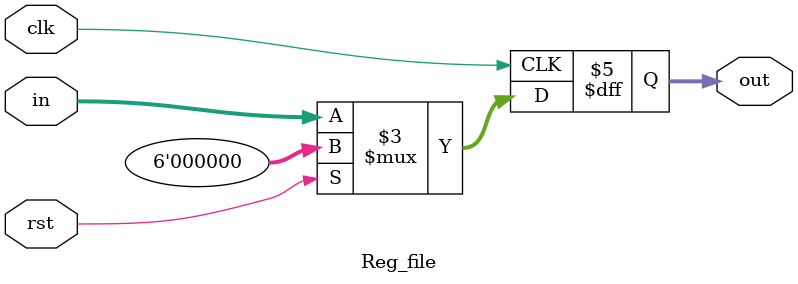
<source format=v>
`timescale 1ns / 1ps

module Reg_file(
        input [5:0] in,
        input rst,
        input clk,
        output reg [5:0] out
    );
    
    always @(posedge clk)
        begin
        if(rst) out <= 0;
        else out <= in;
        end
endmodule

</source>
